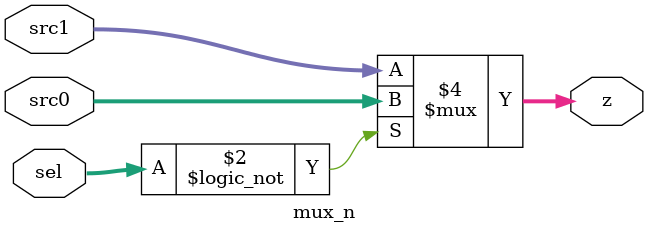
<source format=v>
module mux_n (sel, src0, src1, z);
  parameter n=30;
  input [n-1:0] sel;
  input [n-1:0] src0;
  input [n-1:0] src1;
  output reg [n-1:0] z;
  

  always @(sel or src0 or src1)
      begin
        if (sel == 1'b0) z <= src0;
        else z <= src1;
      end
   
endmodule
</source>
